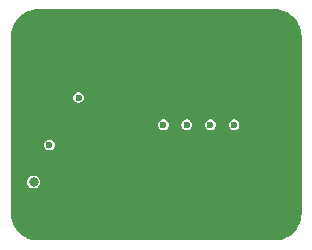
<source format=gbr>
%TF.GenerationSoftware,KiCad,Pcbnew,8.0.4*%
%TF.CreationDate,2024-08-13T13:30:06+02:00*%
%TF.ProjectId,TMP104_Development board,544d5031-3034-45f4-9465-76656c6f706d,rev?*%
%TF.SameCoordinates,Original*%
%TF.FileFunction,Copper,L2,Inr*%
%TF.FilePolarity,Positive*%
%FSLAX46Y46*%
G04 Gerber Fmt 4.6, Leading zero omitted, Abs format (unit mm)*
G04 Created by KiCad (PCBNEW 8.0.4) date 2024-08-13 13:30:06*
%MOMM*%
%LPD*%
G01*
G04 APERTURE LIST*
%TA.AperFunction,ViaPad*%
%ADD10C,0.600000*%
%TD*%
%TA.AperFunction,ViaPad*%
%ADD11C,0.800000*%
%TD*%
G04 APERTURE END LIST*
D10*
%TO.N,VCC_3.3V*%
X131415000Y-103701000D03*
%TO.N,RX_1*%
X121762902Y-105414078D03*
%TO.N,TX_1*%
X124235000Y-101400000D03*
D11*
%TO.N,GND*%
X134465000Y-112655000D03*
D10*
X120870000Y-103790000D03*
X136400000Y-99200000D03*
X134400000Y-99200000D03*
D11*
X134465000Y-94525000D03*
D10*
X138400000Y-99200000D03*
D11*
X136065000Y-94525000D03*
D10*
X132400000Y-103700000D03*
D11*
X141675000Y-105830000D03*
D10*
X134400000Y-108200000D03*
X121695000Y-106161000D03*
X138400000Y-108200000D03*
X136400000Y-108200000D03*
X136400000Y-103700000D03*
X138400000Y-103700000D03*
X124205000Y-100451000D03*
D11*
X121825000Y-98800000D03*
X120425000Y-98716000D03*
D10*
X132400000Y-108200000D03*
D11*
X136065000Y-112670000D03*
X121825000Y-108521000D03*
X141675000Y-101445000D03*
X126873000Y-104730000D03*
X126895000Y-102700000D03*
D10*
X134400000Y-103700000D03*
X132400000Y-99200000D03*
%TO.N,VCC_3.3V*%
X135400000Y-103700000D03*
X137400000Y-103700000D03*
D11*
X120425000Y-108541000D03*
D10*
X133400000Y-103700000D03*
%TD*%
%TA.AperFunction,Conductor*%
%TO.N,GND*%
G36*
X140817231Y-93901634D02*
G01*
X141087714Y-93917996D01*
X141096566Y-93919071D01*
X141360920Y-93967515D01*
X141369571Y-93969648D01*
X141626141Y-94049598D01*
X141634480Y-94052759D01*
X141879552Y-94163058D01*
X141887464Y-94167211D01*
X142117433Y-94306233D01*
X142124787Y-94311309D01*
X142336327Y-94477039D01*
X142343016Y-94482965D01*
X142533034Y-94672983D01*
X142538960Y-94679672D01*
X142704690Y-94891212D01*
X142709766Y-94898566D01*
X142848788Y-95128535D01*
X142852941Y-95136447D01*
X142963236Y-95381511D01*
X142966404Y-95389867D01*
X143046348Y-95646416D01*
X143048487Y-95655092D01*
X143096927Y-95919424D01*
X143098004Y-95928295D01*
X143114365Y-96198768D01*
X143114500Y-96203236D01*
X143114500Y-111198763D01*
X143114365Y-111203231D01*
X143098004Y-111473704D01*
X143096927Y-111482575D01*
X143048487Y-111746907D01*
X143046348Y-111755583D01*
X142966404Y-112012132D01*
X142963236Y-112020488D01*
X142852941Y-112265552D01*
X142848788Y-112273464D01*
X142709766Y-112503433D01*
X142704690Y-112510787D01*
X142538960Y-112722327D01*
X142533034Y-112729016D01*
X142343016Y-112919034D01*
X142336327Y-112924960D01*
X142124787Y-113090690D01*
X142117433Y-113095766D01*
X141887464Y-113234788D01*
X141879552Y-113238941D01*
X141634488Y-113349236D01*
X141626132Y-113352404D01*
X141369583Y-113432348D01*
X141360907Y-113434487D01*
X141096575Y-113482927D01*
X141087704Y-113484004D01*
X140817232Y-113500365D01*
X140812764Y-113500500D01*
X120817236Y-113500500D01*
X120812768Y-113500365D01*
X120542295Y-113484004D01*
X120533424Y-113482927D01*
X120269092Y-113434487D01*
X120260416Y-113432348D01*
X120003867Y-113352404D01*
X119995511Y-113349236D01*
X119750447Y-113238941D01*
X119742535Y-113234788D01*
X119512566Y-113095766D01*
X119505212Y-113090690D01*
X119293672Y-112924960D01*
X119286983Y-112919034D01*
X119096965Y-112729016D01*
X119091039Y-112722327D01*
X118925309Y-112510787D01*
X118920233Y-112503433D01*
X118781211Y-112273464D01*
X118777058Y-112265552D01*
X118763787Y-112236065D01*
X118666759Y-112020480D01*
X118663598Y-112012141D01*
X118583648Y-111755571D01*
X118581515Y-111746920D01*
X118533071Y-111482566D01*
X118531996Y-111473714D01*
X118515635Y-111203231D01*
X118515500Y-111198763D01*
X118515500Y-108541000D01*
X119869750Y-108541000D01*
X119888669Y-108684708D01*
X119944138Y-108818623D01*
X119944139Y-108818625D01*
X120032379Y-108933621D01*
X120147375Y-109021861D01*
X120281291Y-109077330D01*
X120425000Y-109096250D01*
X120568709Y-109077330D01*
X120702625Y-109021861D01*
X120817621Y-108933621D01*
X120905861Y-108818625D01*
X120961330Y-108684709D01*
X120980250Y-108541000D01*
X120961330Y-108397291D01*
X120905861Y-108263375D01*
X120817621Y-108148379D01*
X120702625Y-108060139D01*
X120702623Y-108060138D01*
X120568708Y-108004669D01*
X120425000Y-107985750D01*
X120281291Y-108004669D01*
X120147376Y-108060138D01*
X120032379Y-108148379D01*
X119944138Y-108263376D01*
X119888669Y-108397291D01*
X119869750Y-108541000D01*
X118515500Y-108541000D01*
X118515500Y-105414078D01*
X121307769Y-105414078D01*
X121326204Y-105542301D01*
X121326204Y-105542302D01*
X121326205Y-105542304D01*
X121380020Y-105660141D01*
X121464853Y-105758045D01*
X121573833Y-105828082D01*
X121698130Y-105864578D01*
X121827674Y-105864578D01*
X121951971Y-105828082D01*
X122060951Y-105758045D01*
X122145784Y-105660141D01*
X122199599Y-105542304D01*
X122218035Y-105414078D01*
X122199599Y-105285852D01*
X122145784Y-105168015D01*
X122060951Y-105070111D01*
X121993934Y-105027042D01*
X121951970Y-105000073D01*
X121827674Y-104963578D01*
X121698130Y-104963578D01*
X121573833Y-105000073D01*
X121464856Y-105070109D01*
X121464852Y-105070112D01*
X121380021Y-105168013D01*
X121326204Y-105285854D01*
X121307769Y-105414078D01*
X118515500Y-105414078D01*
X118515500Y-103701000D01*
X130959867Y-103701000D01*
X130978302Y-103829223D01*
X130978302Y-103829224D01*
X130978303Y-103829226D01*
X131032118Y-103947063D01*
X131116951Y-104044967D01*
X131225931Y-104115004D01*
X131350228Y-104151500D01*
X131479772Y-104151500D01*
X131604069Y-104115004D01*
X131713049Y-104044967D01*
X131797882Y-103947063D01*
X131851697Y-103829226D01*
X131870133Y-103701000D01*
X131869989Y-103700000D01*
X132944867Y-103700000D01*
X132963302Y-103828223D01*
X132963302Y-103828224D01*
X132963303Y-103828226D01*
X133017118Y-103946063D01*
X133101951Y-104043967D01*
X133210931Y-104114004D01*
X133335228Y-104150500D01*
X133464772Y-104150500D01*
X133589069Y-104114004D01*
X133698049Y-104043967D01*
X133782882Y-103946063D01*
X133836697Y-103828226D01*
X133855133Y-103700000D01*
X134944867Y-103700000D01*
X134963302Y-103828223D01*
X134963302Y-103828224D01*
X134963303Y-103828226D01*
X135017118Y-103946063D01*
X135101951Y-104043967D01*
X135210931Y-104114004D01*
X135335228Y-104150500D01*
X135464772Y-104150500D01*
X135589069Y-104114004D01*
X135698049Y-104043967D01*
X135782882Y-103946063D01*
X135836697Y-103828226D01*
X135855133Y-103700000D01*
X136944867Y-103700000D01*
X136963302Y-103828223D01*
X136963302Y-103828224D01*
X136963303Y-103828226D01*
X137017118Y-103946063D01*
X137101951Y-104043967D01*
X137210931Y-104114004D01*
X137335228Y-104150500D01*
X137464772Y-104150500D01*
X137589069Y-104114004D01*
X137698049Y-104043967D01*
X137782882Y-103946063D01*
X137836697Y-103828226D01*
X137855133Y-103700000D01*
X137836697Y-103571774D01*
X137782882Y-103453937D01*
X137698049Y-103356033D01*
X137631032Y-103312964D01*
X137589068Y-103285995D01*
X137464772Y-103249500D01*
X137335228Y-103249500D01*
X137210931Y-103285995D01*
X137101954Y-103356031D01*
X137101950Y-103356034D01*
X137017119Y-103453935D01*
X136963302Y-103571776D01*
X136944867Y-103700000D01*
X135855133Y-103700000D01*
X135836697Y-103571774D01*
X135782882Y-103453937D01*
X135698049Y-103356033D01*
X135631032Y-103312964D01*
X135589068Y-103285995D01*
X135464772Y-103249500D01*
X135335228Y-103249500D01*
X135210931Y-103285995D01*
X135101954Y-103356031D01*
X135101950Y-103356034D01*
X135017119Y-103453935D01*
X134963302Y-103571776D01*
X134944867Y-103700000D01*
X133855133Y-103700000D01*
X133836697Y-103571774D01*
X133782882Y-103453937D01*
X133698049Y-103356033D01*
X133631032Y-103312964D01*
X133589068Y-103285995D01*
X133464772Y-103249500D01*
X133335228Y-103249500D01*
X133210931Y-103285995D01*
X133101954Y-103356031D01*
X133101950Y-103356034D01*
X133017119Y-103453935D01*
X132963302Y-103571776D01*
X132944867Y-103700000D01*
X131869989Y-103700000D01*
X131851697Y-103572774D01*
X131797882Y-103454937D01*
X131713049Y-103357033D01*
X131646032Y-103313964D01*
X131604068Y-103286995D01*
X131479772Y-103250500D01*
X131350228Y-103250500D01*
X131225931Y-103286995D01*
X131116954Y-103357031D01*
X131116950Y-103357034D01*
X131032119Y-103454935D01*
X130978302Y-103572776D01*
X130959867Y-103701000D01*
X118515500Y-103701000D01*
X118515500Y-101400000D01*
X123779867Y-101400000D01*
X123798302Y-101528223D01*
X123798302Y-101528224D01*
X123798303Y-101528226D01*
X123852118Y-101646063D01*
X123936951Y-101743967D01*
X124045931Y-101814004D01*
X124170228Y-101850500D01*
X124299772Y-101850500D01*
X124424069Y-101814004D01*
X124533049Y-101743967D01*
X124617882Y-101646063D01*
X124671697Y-101528226D01*
X124690133Y-101400000D01*
X124671697Y-101271774D01*
X124617882Y-101153937D01*
X124533049Y-101056033D01*
X124466032Y-101012964D01*
X124424068Y-100985995D01*
X124299772Y-100949500D01*
X124170228Y-100949500D01*
X124045931Y-100985995D01*
X123936954Y-101056031D01*
X123936950Y-101056034D01*
X123852119Y-101153935D01*
X123798302Y-101271776D01*
X123779867Y-101400000D01*
X118515500Y-101400000D01*
X118515500Y-96203236D01*
X118515635Y-96198768D01*
X118517912Y-96161118D01*
X118531996Y-95928283D01*
X118533070Y-95919435D01*
X118581516Y-95655075D01*
X118583646Y-95646432D01*
X118663600Y-95389852D01*
X118666757Y-95381525D01*
X118777062Y-95136438D01*
X118781206Y-95128544D01*
X118920233Y-94898565D01*
X118925309Y-94891212D01*
X119091046Y-94679663D01*
X119096957Y-94672991D01*
X119286991Y-94482957D01*
X119293663Y-94477046D01*
X119505212Y-94311308D01*
X119512566Y-94306233D01*
X119742544Y-94167206D01*
X119750438Y-94163062D01*
X119995525Y-94052757D01*
X120003852Y-94049600D01*
X120260432Y-93969646D01*
X120269075Y-93967516D01*
X120533435Y-93919070D01*
X120542283Y-93917996D01*
X120812768Y-93901634D01*
X120817236Y-93901500D01*
X120854882Y-93901500D01*
X140775118Y-93901500D01*
X140812764Y-93901500D01*
X140817231Y-93901634D01*
G37*
%TD.AperFunction*%
%TD*%
M02*

</source>
